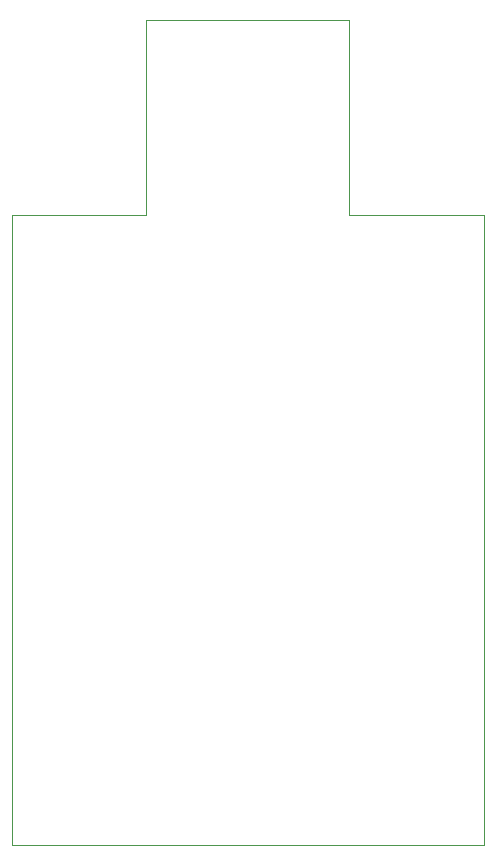
<source format=gbr>
%TF.GenerationSoftware,Altium Limited,Altium Designer,19.1.5 (86)*%
G04 Layer_Color=0*
%FSLAX26Y26*%
%MOIN*%
%TF.FileFunction,Profile,NP*%
%TF.Part,Single*%
G01*
G75*
%TA.AperFunction,Profile*%
%ADD89C,0.001000*%
D89*
X1725000Y50000D02*
Y2150000D01*
X2171960D01*
Y2800000D01*
X2850000D01*
Y2150000D01*
X3300000D01*
Y50000D01*
X1725000D01*
%TF.MD5,c0cd66b5fdcd7f07041b2fe4f596d025*%
M02*

</source>
